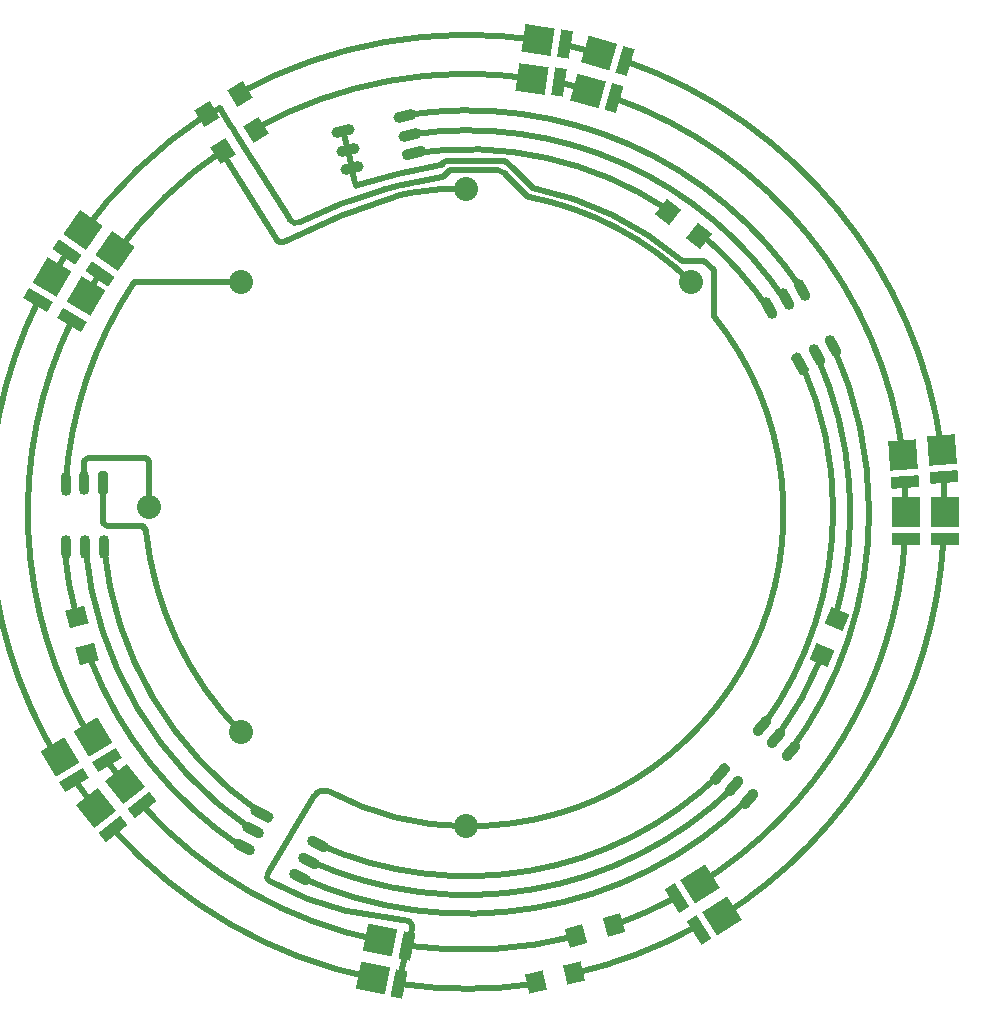
<source format=gtl>
G04*
G04 #@! TF.GenerationSoftware,Altium Limited,Altium Designer,21.0.9 (235)*
G04*
G04 Layer_Physical_Order=1*
G04 Layer_Color=255*
%FSTAX24Y24*%
%MOIN*%
G70*
G04*
G04 #@! TF.SameCoordinates,5F115E56-97AE-4741-9C3E-E3F8848F1E5A*
G04*
G04*
G04 #@! TF.FilePolarity,Positive*
G04*
G01*
G75*
%ADD10C,0.0197*%
G04:AMPARAMS|DCode=14|XSize=60mil|YSize=65mil|CornerRadius=0mil|HoleSize=0mil|Usage=FLASHONLY|Rotation=195.575|XOffset=0mil|YOffset=0mil|HoleType=Round|Shape=Rectangle|*
%AMROTATEDRECTD14*
4,1,4,0.0202,0.0394,0.0376,-0.0233,-0.0202,-0.0394,-0.0376,0.0233,0.0202,0.0394,0.0*
%
%ADD14ROTATEDRECTD14*%

G04:AMPARAMS|DCode=15|XSize=60mil|YSize=65mil|CornerRadius=0mil|HoleSize=0mil|Usage=FLASHONLY|Rotation=193.000|XOffset=0mil|YOffset=0mil|HoleType=Round|Shape=Rectangle|*
%AMROTATEDRECTD15*
4,1,4,0.0219,0.0384,0.0365,-0.0249,-0.0219,-0.0384,-0.0365,0.0249,0.0219,0.0384,0.0*
%
%ADD15ROTATEDRECTD15*%

G04:AMPARAMS|DCode=16|XSize=78.7mil|YSize=35.4mil|CornerRadius=0mil|HoleSize=0mil|Usage=FLASHONLY|Rotation=331.572|XOffset=0mil|YOffset=0mil|HoleType=Round|Shape=Octagon|*
%AMOCTAGOND16*
4,1,8,0.0304,-0.0265,0.0388,-0.0110,0.0353,0.0011,-0.0184,0.0301,-0.0304,0.0265,-0.0388,0.0110,-0.0353,-0.0011,0.0184,-0.0301,0.0304,-0.0265,0.0*
%
%ADD16OCTAGOND16*%

G04:AMPARAMS|DCode=17|XSize=78.7mil|YSize=35.4mil|CornerRadius=0mil|HoleSize=0mil|Usage=FLASHONLY|Rotation=331.572|XOffset=0mil|YOffset=0mil|HoleType=Round|Shape=Round|*
%AMOVALD17*
21,1,0.0433,0.0354,0.0000,0.0000,331.6*
1,1,0.0354,-0.0190,0.0103*
1,1,0.0354,0.0190,-0.0103*
%
%ADD17OVALD17*%

G04:AMPARAMS|DCode=18|XSize=98.4mil|YSize=92.5mil|CornerRadius=0mil|HoleSize=0mil|Usage=FLASHONLY|Rotation=168.500|XOffset=0mil|YOffset=0mil|HoleType=Round|Shape=Rectangle|*
%AMROTATEDRECTD18*
4,1,4,0.0574,0.0355,0.0390,-0.0551,-0.0574,-0.0355,-0.0390,0.0551,0.0574,0.0355,0.0*
%
%ADD18ROTATEDRECTD18*%

G04:AMPARAMS|DCode=19|XSize=92.5mil|YSize=39.4mil|CornerRadius=0mil|HoleSize=0mil|Usage=FLASHONLY|Rotation=78.500|XOffset=0mil|YOffset=0mil|HoleType=Round|Shape=Rectangle|*
%AMROTATEDRECTD19*
4,1,4,0.0101,-0.0493,-0.0285,-0.0414,-0.0101,0.0493,0.0285,0.0414,0.0101,-0.0493,0.0*
%
%ADD19ROTATEDRECTD19*%

G04:AMPARAMS|DCode=20|XSize=98.4mil|YSize=92.5mil|CornerRadius=0mil|HoleSize=0mil|Usage=FLASHONLY|Rotation=168.500|XOffset=0mil|YOffset=0mil|HoleType=Round|Shape=Rectangle|*
%AMROTATEDRECTD20*
4,1,4,0.0574,0.0355,0.0390,-0.0551,-0.0574,-0.0355,-0.0390,0.0551,0.0574,0.0355,0.0*
%
%ADD20ROTATEDRECTD20*%

G04:AMPARAMS|DCode=21|XSize=92.5mil|YSize=39.4mil|CornerRadius=0mil|HoleSize=0mil|Usage=FLASHONLY|Rotation=78.500|XOffset=0mil|YOffset=0mil|HoleType=Round|Shape=Rectangle|*
%AMROTATEDRECTD21*
4,1,4,0.0101,-0.0493,-0.0285,-0.0414,-0.0101,0.0493,0.0285,0.0414,0.0101,-0.0493,0.0*
%
%ADD21ROTATEDRECTD21*%

G04:AMPARAMS|DCode=22|XSize=98.4mil|YSize=92.5mil|CornerRadius=0mil|HoleSize=0mil|Usage=FLASHONLY|Rotation=55.099|XOffset=0mil|YOffset=0mil|HoleType=Round|Shape=Rectangle|*
%AMROTATEDRECTD22*
4,1,4,0.0098,-0.0668,-0.0661,-0.0139,-0.0098,0.0668,0.0661,0.0139,0.0098,-0.0668,0.0*
%
%ADD22ROTATEDRECTD22*%

G04:AMPARAMS|DCode=23|XSize=92.5mil|YSize=39.4mil|CornerRadius=0mil|HoleSize=0mil|Usage=FLASHONLY|Rotation=325.099|XOffset=0mil|YOffset=0mil|HoleType=Round|Shape=Rectangle|*
%AMROTATEDRECTD23*
4,1,4,-0.0492,0.0103,-0.0267,0.0426,0.0492,-0.0103,0.0267,-0.0426,-0.0492,0.0103,0.0*
%
%ADD23ROTATEDRECTD23*%

G04:AMPARAMS|DCode=24|XSize=98.4mil|YSize=92.5mil|CornerRadius=0mil|HoleSize=0mil|Usage=FLASHONLY|Rotation=55.139|XOffset=0mil|YOffset=0mil|HoleType=Round|Shape=Rectangle|*
%AMROTATEDRECTD24*
4,1,4,0.0098,-0.0668,-0.0661,-0.0139,-0.0098,0.0668,0.0661,0.0139,0.0098,-0.0668,0.0*
%
%ADD24ROTATEDRECTD24*%

G04:AMPARAMS|DCode=25|XSize=92.5mil|YSize=39.4mil|CornerRadius=0mil|HoleSize=0mil|Usage=FLASHONLY|Rotation=325.139|XOffset=0mil|YOffset=0mil|HoleType=Round|Shape=Rectangle|*
%AMROTATEDRECTD25*
4,1,4,-0.0492,0.0103,-0.0267,0.0426,0.0492,-0.0103,0.0267,-0.0426,-0.0492,0.0103,0.0*
%
%ADD25ROTATEDRECTD25*%

G04:AMPARAMS|DCode=26|XSize=98.4mil|YSize=92.5mil|CornerRadius=0mil|HoleSize=0mil|Usage=FLASHONLY|Rotation=171.031|XOffset=0mil|YOffset=0mil|HoleType=Round|Shape=Rectangle|*
%AMROTATEDRECTD26*
4,1,4,0.0558,0.0380,0.0414,-0.0534,-0.0558,-0.0380,-0.0414,0.0534,0.0558,0.0380,0.0*
%
%ADD26ROTATEDRECTD26*%

G04:AMPARAMS|DCode=27|XSize=92.5mil|YSize=39.4mil|CornerRadius=0mil|HoleSize=0mil|Usage=FLASHONLY|Rotation=81.031|XOffset=0mil|YOffset=0mil|HoleType=Round|Shape=Rectangle|*
%AMROTATEDRECTD27*
4,1,4,0.0122,-0.0488,-0.0267,-0.0426,-0.0122,0.0488,0.0267,0.0426,0.0122,-0.0488,0.0*
%
%ADD27ROTATEDRECTD27*%

G04:AMPARAMS|DCode=28|XSize=98.4mil|YSize=92.5mil|CornerRadius=0mil|HoleSize=0mil|Usage=FLASHONLY|Rotation=163.543|XOffset=0mil|YOffset=0mil|HoleType=Round|Shape=Rectangle|*
%AMROTATEDRECTD28*
4,1,4,0.0603,0.0304,0.0341,-0.0583,-0.0603,-0.0304,-0.0341,0.0583,0.0603,0.0304,0.0*
%
%ADD28ROTATEDRECTD28*%

G04:AMPARAMS|DCode=29|XSize=92.5mil|YSize=39.4mil|CornerRadius=0mil|HoleSize=0mil|Usage=FLASHONLY|Rotation=73.543|XOffset=0mil|YOffset=0mil|HoleType=Round|Shape=Rectangle|*
%AMROTATEDRECTD29*
4,1,4,0.0058,-0.0499,-0.0320,-0.0388,-0.0058,0.0499,0.0320,0.0388,0.0058,-0.0499,0.0*
%
%ADD29ROTATEDRECTD29*%

G04:AMPARAMS|DCode=30|XSize=98.4mil|YSize=92.5mil|CornerRadius=0mil|HoleSize=0mil|Usage=FLASHONLY|Rotation=164.469|XOffset=0mil|YOffset=0mil|HoleType=Round|Shape=Rectangle|*
%AMROTATEDRECTD30*
4,1,4,0.0598,0.0314,0.0350,-0.0577,-0.0598,-0.0314,-0.0350,0.0577,0.0598,0.0314,0.0*
%
%ADD30ROTATEDRECTD30*%

G04:AMPARAMS|DCode=31|XSize=92.5mil|YSize=39.4mil|CornerRadius=0mil|HoleSize=0mil|Usage=FLASHONLY|Rotation=74.469|XOffset=0mil|YOffset=0mil|HoleType=Round|Shape=Rectangle|*
%AMROTATEDRECTD31*
4,1,4,0.0066,-0.0498,-0.0314,-0.0393,-0.0066,0.0498,0.0314,0.0393,0.0066,-0.0498,0.0*
%
%ADD31ROTATEDRECTD31*%

G04:AMPARAMS|DCode=32|XSize=98.4mil|YSize=92.5mil|CornerRadius=0mil|HoleSize=0mil|Usage=FLASHONLY|Rotation=171.969|XOffset=0mil|YOffset=0mil|HoleType=Round|Shape=Rectangle|*
%AMROTATEDRECTD32*
4,1,4,0.0552,0.0389,0.0423,-0.0527,-0.0552,-0.0389,-0.0423,0.0527,0.0552,0.0389,0.0*
%
%ADD32ROTATEDRECTD32*%

G04:AMPARAMS|DCode=33|XSize=92.5mil|YSize=39.4mil|CornerRadius=0mil|HoleSize=0mil|Usage=FLASHONLY|Rotation=81.969|XOffset=0mil|YOffset=0mil|HoleType=Round|Shape=Rectangle|*
%AMROTATEDRECTD33*
4,1,4,0.0130,-0.0486,-0.0260,-0.0431,-0.0130,0.0486,0.0260,0.0431,0.0130,-0.0486,0.0*
%
%ADD33ROTATEDRECTD33*%

G04:AMPARAMS|DCode=34|XSize=98.4mil|YSize=92.5mil|CornerRadius=0mil|HoleSize=0mil|Usage=FLASHONLY|Rotation=128.500|XOffset=0mil|YOffset=0mil|HoleType=Round|Shape=Rectangle|*
%AMROTATEDRECTD34*
4,1,4,0.0668,-0.0097,-0.0056,-0.0673,-0.0668,0.0097,0.0056,0.0673,0.0668,-0.0097,0.0*
%
%ADD34ROTATEDRECTD34*%

G04:AMPARAMS|DCode=35|XSize=92.5mil|YSize=39.4mil|CornerRadius=0mil|HoleSize=0mil|Usage=FLASHONLY|Rotation=38.500|XOffset=0mil|YOffset=0mil|HoleType=Round|Shape=Rectangle|*
%AMROTATEDRECTD35*
4,1,4,-0.0239,-0.0442,-0.0485,-0.0134,0.0239,0.0442,0.0485,0.0134,-0.0239,-0.0442,0.0*
%
%ADD35ROTATEDRECTD35*%

G04:AMPARAMS|DCode=36|XSize=78.7mil|YSize=35.4mil|CornerRadius=0mil|HoleSize=0mil|Usage=FLASHONLY|Rotation=270.500|XOffset=0mil|YOffset=0mil|HoleType=Round|Shape=Round|*
%AMOVALD36*
21,1,0.0433,0.0354,0.0000,0.0000,270.5*
1,1,0.0354,-0.0002,0.0217*
1,1,0.0354,0.0002,-0.0217*
%
%ADD36OVALD36*%

G04:AMPARAMS|DCode=37|XSize=78.7mil|YSize=35.4mil|CornerRadius=0mil|HoleSize=0mil|Usage=FLASHONLY|Rotation=270.500|XOffset=0mil|YOffset=0mil|HoleType=Round|Shape=Octagon|*
%AMOCTAGOND37*
4,1,8,-0.0085,-0.0394,0.0092,-0.0393,0.0180,-0.0304,0.0175,0.0307,0.0085,0.0394,-0.0092,0.0393,-0.0180,0.0304,-0.0175,-0.0307,-0.0085,-0.0394,0.0*
%
%ADD37OCTAGOND37*%

G04:AMPARAMS|DCode=38|XSize=78.7mil|YSize=35.4mil|CornerRadius=0mil|HoleSize=0mil|Usage=FLASHONLY|Rotation=49.018|XOffset=0mil|YOffset=0mil|HoleType=Round|Shape=Round|*
%AMOVALD38*
21,1,0.0433,0.0354,0.0000,0.0000,49.0*
1,1,0.0354,-0.0142,-0.0163*
1,1,0.0354,0.0142,0.0163*
%
%ADD38OVALD38*%

G04:AMPARAMS|DCode=39|XSize=78.7mil|YSize=35.4mil|CornerRadius=0mil|HoleSize=0mil|Usage=FLASHONLY|Rotation=49.018|XOffset=0mil|YOffset=0mil|HoleType=Round|Shape=Octagon|*
%AMOCTAGOND39*
4,1,8,0.0325,0.0239,0.0191,0.0355,0.0066,0.0347,-0.0334,-0.0114,-0.0325,-0.0239,-0.0191,-0.0355,-0.0066,-0.0347,0.0334,0.0114,0.0325,0.0239,0.0*
%
%ADD39OCTAGOND39*%

G04:AMPARAMS|DCode=40|XSize=78.7mil|YSize=35.4mil|CornerRadius=0mil|HoleSize=0mil|Usage=FLASHONLY|Rotation=119.000|XOffset=0mil|YOffset=0mil|HoleType=Round|Shape=Round|*
%AMOVALD40*
21,1,0.0433,0.0354,0.0000,0.0000,119.0*
1,1,0.0354,0.0105,-0.0189*
1,1,0.0354,-0.0105,0.0189*
%
%ADD40OVALD40*%

G04:AMPARAMS|DCode=41|XSize=78.7mil|YSize=35.4mil|CornerRadius=0mil|HoleSize=0mil|Usage=FLASHONLY|Rotation=119.000|XOffset=0mil|YOffset=0mil|HoleType=Round|Shape=Octagon|*
%AMOCTAGOND41*
4,1,8,-0.0113,0.0387,-0.0268,0.0301,-0.0303,0.0181,-0.0007,-0.0353,0.0113,-0.0387,0.0268,-0.0301,0.0303,-0.0181,0.0007,0.0353,-0.0113,0.0387,0.0*
%
%ADD41OCTAGOND41*%

G04:AMPARAMS|DCode=42|XSize=78.7mil|YSize=35.4mil|CornerRadius=0mil|HoleSize=0mil|Usage=FLASHONLY|Rotation=193.444|XOffset=0mil|YOffset=0mil|HoleType=Round|Shape=Round|*
%AMOVALD42*
21,1,0.0433,0.0354,0.0000,0.0000,193.4*
1,1,0.0354,0.0211,0.0050*
1,1,0.0354,-0.0211,-0.0050*
%
%ADD42OVALD42*%

G04:AMPARAMS|DCode=43|XSize=78.7mil|YSize=35.4mil|CornerRadius=0mil|HoleSize=0mil|Usage=FLASHONLY|Rotation=193.444|XOffset=0mil|YOffset=0mil|HoleType=Round|Shape=Octagon|*
%AMOCTAGOND43*
4,1,8,-0.0404,-0.0005,-0.0362,-0.0178,-0.0256,-0.0243,0.0338,-0.0101,0.0404,0.0005,0.0362,0.0178,0.0256,0.0243,-0.0338,0.0101,-0.0404,-0.0005,0.0*
%
%ADD43OCTAGOND43*%

G04:AMPARAMS|DCode=44|XSize=60mil|YSize=65mil|CornerRadius=0mil|HoleSize=0mil|Usage=FLASHONLY|Rotation=285.000|XOffset=0mil|YOffset=0mil|HoleType=Round|Shape=Rectangle|*
%AMROTATEDRECTD44*
4,1,4,-0.0392,0.0206,0.0236,0.0374,0.0392,-0.0206,-0.0236,-0.0374,-0.0392,0.0206,0.0*
%
%ADD44ROTATEDRECTD44*%

G04:AMPARAMS|DCode=45|XSize=60mil|YSize=65mil|CornerRadius=0mil|HoleSize=0mil|Usage=FLASHONLY|Rotation=68.000|XOffset=0mil|YOffset=0mil|HoleType=Round|Shape=Rectangle|*
%AMROTATEDRECTD45*
4,1,4,0.0189,-0.0400,-0.0414,-0.0156,-0.0189,0.0400,0.0414,0.0156,0.0189,-0.0400,0.0*
%
%ADD45ROTATEDRECTD45*%

G04:AMPARAMS|DCode=46|XSize=60mil|YSize=65mil|CornerRadius=0mil|HoleSize=0mil|Usage=FLASHONLY|Rotation=141.810|XOffset=0mil|YOffset=0mil|HoleType=Round|Shape=Rectangle|*
%AMROTATEDRECTD46*
4,1,4,0.0437,0.0070,0.0035,-0.0441,-0.0437,-0.0070,-0.0035,0.0441,0.0437,0.0070,0.0*
%
%ADD46ROTATEDRECTD46*%

G04:AMPARAMS|DCode=47|XSize=98.4mil|YSize=92.5mil|CornerRadius=0mil|HoleSize=0mil|Usage=FLASHONLY|Rotation=59.385|XOffset=0mil|YOffset=0mil|HoleType=Round|Shape=Rectangle|*
%AMROTATEDRECTD47*
4,1,4,0.0147,-0.0659,-0.0649,-0.0188,-0.0147,0.0659,0.0649,0.0188,0.0147,-0.0659,0.0*
%
%ADD47ROTATEDRECTD47*%

G04:AMPARAMS|DCode=48|XSize=92.5mil|YSize=39.4mil|CornerRadius=0mil|HoleSize=0mil|Usage=FLASHONLY|Rotation=329.385|XOffset=0mil|YOffset=0mil|HoleType=Round|Shape=Rectangle|*
%AMROTATEDRECTD48*
4,1,4,-0.0498,0.0066,-0.0298,0.0405,0.0498,-0.0066,0.0298,-0.0405,-0.0498,0.0066,0.0*
%
%ADD48ROTATEDRECTD48*%

G04:AMPARAMS|DCode=49|XSize=98.4mil|YSize=92.5mil|CornerRadius=0mil|HoleSize=0mil|Usage=FLASHONLY|Rotation=121.000|XOffset=0mil|YOffset=0mil|HoleType=Round|Shape=Rectangle|*
%AMROTATEDRECTD49*
4,1,4,0.0650,-0.0184,-0.0143,-0.0660,-0.0650,0.0184,0.0143,0.0660,0.0650,-0.0184,0.0*
%
%ADD49ROTATEDRECTD49*%

G04:AMPARAMS|DCode=50|XSize=92.5mil|YSize=39.4mil|CornerRadius=0mil|HoleSize=0mil|Usage=FLASHONLY|Rotation=31.000|XOffset=0mil|YOffset=0mil|HoleType=Round|Shape=Rectangle|*
%AMROTATEDRECTD50*
4,1,4,-0.0295,-0.0407,-0.0498,-0.0070,0.0295,0.0407,0.0498,0.0070,-0.0295,-0.0407,0.0*
%
%ADD50ROTATEDRECTD50*%

G04:AMPARAMS|DCode=51|XSize=60mil|YSize=65mil|CornerRadius=0mil|HoleSize=0mil|Usage=FLASHONLY|Rotation=212.241|XOffset=0mil|YOffset=0mil|HoleType=Round|Shape=Rectangle|*
%AMROTATEDRECTD51*
4,1,4,0.0080,0.0435,0.0427,-0.0115,-0.0080,-0.0435,-0.0427,0.0115,0.0080,0.0435,0.0*
%
%ADD51ROTATEDRECTD51*%

G04:AMPARAMS|DCode=52|XSize=98.4mil|YSize=92.5mil|CornerRadius=0mil|HoleSize=0mil|Usage=FLASHONLY|Rotation=93.854|XOffset=0mil|YOffset=0mil|HoleType=Round|Shape=Rectangle|*
%AMROTATEDRECTD52*
4,1,4,0.0495,-0.0460,-0.0428,-0.0522,-0.0495,0.0460,0.0428,0.0522,0.0495,-0.0460,0.0*
%
%ADD52ROTATEDRECTD52*%

G04:AMPARAMS|DCode=53|XSize=92.5mil|YSize=39.4mil|CornerRadius=0mil|HoleSize=0mil|Usage=FLASHONLY|Rotation=3.854|XOffset=0mil|YOffset=0mil|HoleType=Round|Shape=Rectangle|*
%AMROTATEDRECTD53*
4,1,4,-0.0448,-0.0228,-0.0475,0.0165,0.0448,0.0228,0.0475,-0.0165,-0.0448,-0.0228,0.0*
%
%ADD53ROTATEDRECTD53*%

G04:AMPARAMS|DCode=54|XSize=98.4mil|YSize=92.5mil|CornerRadius=0mil|HoleSize=0mil|Usage=FLASHONLY|Rotation=90.956|XOffset=0mil|YOffset=0mil|HoleType=Round|Shape=Rectangle|*
%AMROTATEDRECTD54*
4,1,4,0.0471,-0.0484,-0.0454,-0.0500,-0.0471,0.0484,0.0454,0.0500,0.0471,-0.0484,0.0*
%
%ADD54ROTATEDRECTD54*%

G04:AMPARAMS|DCode=55|XSize=92.5mil|YSize=39.4mil|CornerRadius=0mil|HoleSize=0mil|Usage=FLASHONLY|Rotation=0.956|XOffset=0mil|YOffset=0mil|HoleType=Round|Shape=Rectangle|*
%AMROTATEDRECTD55*
4,1,4,-0.0459,-0.0205,-0.0466,0.0189,0.0459,0.0205,0.0466,-0.0189,-0.0459,-0.0205,0.0*
%
%ADD55ROTATEDRECTD55*%

G04:AMPARAMS|DCode=56|XSize=98.4mil|YSize=92.5mil|CornerRadius=0mil|HoleSize=0mil|Usage=FLASHONLY|Rotation=32.085|XOffset=0mil|YOffset=0mil|HoleType=Round|Shape=Rectangle|*
%AMROTATEDRECTD56*
4,1,4,-0.0171,-0.0653,-0.0663,0.0131,0.0171,0.0653,0.0663,-0.0131,-0.0171,-0.0653,0.0*
%
%ADD56ROTATEDRECTD56*%

G04:AMPARAMS|DCode=57|XSize=92.5mil|YSize=39.4mil|CornerRadius=0mil|HoleSize=0mil|Usage=FLASHONLY|Rotation=302.085|XOffset=0mil|YOffset=0mil|HoleType=Round|Shape=Rectangle|*
%AMROTATEDRECTD57*
4,1,4,-0.0413,0.0287,-0.0079,0.0497,0.0413,-0.0287,0.0079,-0.0497,-0.0413,0.0287,0.0*
%
%ADD57ROTATEDRECTD57*%

G04:AMPARAMS|DCode=58|XSize=98.4mil|YSize=92.5mil|CornerRadius=0mil|HoleSize=0mil|Usage=FLASHONLY|Rotation=59.482|XOffset=0mil|YOffset=0mil|HoleType=Round|Shape=Rectangle|*
%AMROTATEDRECTD58*
4,1,4,0.0149,-0.0659,-0.0648,-0.0189,-0.0149,0.0659,0.0648,0.0189,0.0149,-0.0659,0.0*
%
%ADD58ROTATEDRECTD58*%

G04:AMPARAMS|DCode=59|XSize=92.5mil|YSize=39.4mil|CornerRadius=0mil|HoleSize=0mil|Usage=FLASHONLY|Rotation=329.482|XOffset=0mil|YOffset=0mil|HoleType=Round|Shape=Rectangle|*
%AMROTATEDRECTD59*
4,1,4,-0.0498,0.0065,-0.0299,0.0404,0.0498,-0.0065,0.0299,-0.0404,-0.0498,0.0065,0.0*
%
%ADD59ROTATEDRECTD59*%

G04:AMPARAMS|DCode=60|XSize=60mil|YSize=65mil|CornerRadius=0mil|HoleSize=0mil|Usage=FLASHONLY|Rotation=211.557|XOffset=0mil|YOffset=0mil|HoleType=Round|Shape=Rectangle|*
%AMROTATEDRECTD60*
4,1,4,0.0086,0.0434,0.0426,-0.0120,-0.0086,-0.0434,-0.0426,0.0120,0.0086,0.0434,0.0*
%
%ADD60ROTATEDRECTD60*%

G04:AMPARAMS|DCode=61|XSize=98.4mil|YSize=92.5mil|CornerRadius=0mil|HoleSize=0mil|Usage=FLASHONLY|Rotation=94.184|XOffset=0mil|YOffset=0mil|HoleType=Round|Shape=Rectangle|*
%AMROTATEDRECTD61*
4,1,4,0.0497,-0.0457,-0.0425,-0.0525,-0.0497,0.0457,0.0425,0.0525,0.0497,-0.0457,0.0*
%
%ADD61ROTATEDRECTD61*%

G04:AMPARAMS|DCode=62|XSize=92.5mil|YSize=39.4mil|CornerRadius=0mil|HoleSize=0mil|Usage=FLASHONLY|Rotation=4.184|XOffset=0mil|YOffset=0mil|HoleType=Round|Shape=Rectangle|*
%AMROTATEDRECTD62*
4,1,4,-0.0447,-0.0230,-0.0476,0.0163,0.0447,0.0230,0.0476,-0.0163,-0.0447,-0.0230,0.0*
%
%ADD62ROTATEDRECTD62*%

G04:AMPARAMS|DCode=63|XSize=98.4mil|YSize=92.5mil|CornerRadius=0mil|HoleSize=0mil|Usage=FLASHONLY|Rotation=90.822|XOffset=0mil|YOffset=0mil|HoleType=Round|Shape=Rectangle|*
%AMROTATEDRECTD63*
4,1,4,0.0470,-0.0485,-0.0455,-0.0499,-0.0470,0.0485,0.0455,0.0499,0.0470,-0.0485,0.0*
%
%ADD63ROTATEDRECTD63*%

G04:AMPARAMS|DCode=64|XSize=92.5mil|YSize=39.4mil|CornerRadius=0mil|HoleSize=0mil|Usage=FLASHONLY|Rotation=0.822|XOffset=0mil|YOffset=0mil|HoleType=Round|Shape=Rectangle|*
%AMROTATEDRECTD64*
4,1,4,-0.0460,-0.0203,-0.0465,0.0190,0.0460,0.0203,0.0465,-0.0190,-0.0460,-0.0203,0.0*
%
%ADD64ROTATEDRECTD64*%

G04:AMPARAMS|DCode=65|XSize=98.4mil|YSize=92.5mil|CornerRadius=0mil|HoleSize=0mil|Usage=FLASHONLY|Rotation=32.436|XOffset=0mil|YOffset=0mil|HoleType=Round|Shape=Rectangle|*
%AMROTATEDRECTD65*
4,1,4,-0.0167,-0.0654,-0.0663,0.0126,0.0167,0.0654,0.0663,-0.0126,-0.0167,-0.0654,0.0*
%
%ADD65ROTATEDRECTD65*%

G04:AMPARAMS|DCode=66|XSize=92.5mil|YSize=39.4mil|CornerRadius=0mil|HoleSize=0mil|Usage=FLASHONLY|Rotation=302.436|XOffset=0mil|YOffset=0mil|HoleType=Round|Shape=Rectangle|*
%AMROTATEDRECTD66*
4,1,4,-0.0414,0.0285,-0.0082,0.0496,0.0414,-0.0285,0.0082,-0.0496,-0.0414,0.0285,0.0*
%
%ADD66ROTATEDRECTD66*%

%ADD121C,0.0197*%
%ADD122C,0.0039*%
%ADD123C,0.0118*%
%ADD124C,0.0800*%
D10*
X036092Y040738D02*
G03*
X033304Y039658I004J-014461D01*
G01*
X032972Y03975D02*
G03*
X033304Y039657I000216J000135D01*
G01*
X036135Y040751D02*
G03*
X036092Y040738I000937J-003027D01*
G01*
X036934Y040943D02*
G03*
X03662Y040883I001863J-010732D01*
G01*
D02*
G03*
X036611Y040881I000062J-000309D01*
G01*
X038084Y041172D02*
G03*
X037381Y041033I000955J-006663D01*
G01*
X036611Y040881D02*
G03*
X036135Y040751I001369J-005951D01*
G01*
X036944Y040948D02*
G03*
X036934Y040946I000066J-000308D01*
G01*
X036963Y040953D02*
G03*
X036945Y040949I002898J-013996D01*
G01*
X037381Y041033D02*
G03*
X036963Y040953I002481J-014076D01*
G01*
X036691Y040576D02*
G03*
X036682Y040575I002106J-010366D01*
G01*
X036949Y040625D02*
G03*
X036691Y040576I001849J-010415D01*
G01*
X036682Y040575D02*
G03*
X032769Y038995I006716J-02228D01*
G01*
X03804Y041574D02*
G03*
X035184Y040883I004168J-023496D01*
G01*
X03701Y04064D02*
G03*
X036973Y040631I002664J-010566D01*
G01*
X037018Y040641D02*
G03*
X03701Y04064I000962J-005711D01*
G01*
X036949Y040625D02*
G03*
X036973Y040631I-000054J00031D01*
G01*
X038836Y040788D02*
G03*
X037018Y040641I-00004J-010847D01*
G01*
X030738Y042047D02*
G03*
X027203Y038656I008162J-012047D01*
G01*
X028177Y029411D02*
G03*
X03135Y02265I011353J001203D01*
G01*
X034321Y020671D02*
G03*
X03885Y01952I004575J008513D01*
G01*
X034321Y020672D02*
G03*
X033792Y020526I-000188J-000349D01*
G01*
X032311Y017694D02*
G03*
X034886Y016691I004963J008941D01*
G01*
X032244Y017945D02*
G03*
X032311Y017694I000155J-000093D01*
G01*
X026337Y025075D02*
G03*
X031342Y01885I012399J004846D01*
G01*
X036883Y015545D02*
G03*
X042554Y01587I002017J014455D01*
G01*
X036624Y014272D02*
G03*
X041192Y014274I002276J015728D01*
G01*
X043967Y016295D02*
G03*
X045771Y017109I-005113J013738D01*
G01*
X046067Y038366D02*
G03*
X041079Y040799I-007167J-008366D01*
G01*
X038884Y019532D02*
G03*
X047105Y036536I000117J010433D01*
G01*
X040983Y040497D02*
G03*
X040924Y040508I-002083J-010497D01*
G01*
X040143Y04129D02*
G03*
X039911Y041399I-000267J-000266D01*
G01*
X046366Y037666D02*
G03*
X040983Y040497I-007466J-007666D01*
G01*
X030222Y043263D02*
G03*
X025994Y039206I008678J-013273D01*
G01*
X027782Y03765D02*
G03*
X025505Y030946I011621J-007685D01*
G01*
X050058Y0374D02*
G03*
X036822Y043226I-011158J-0074D01*
G01*
X025468Y028741D02*
G03*
X025869Y026508I012625J001114D01*
G01*
X042451Y014617D02*
G03*
X046554Y016192I-003551J015383D01*
G01*
X027078Y019439D02*
G03*
X035739Y014466I011822J010561D01*
G01*
X0258Y021072D02*
G03*
X026494Y020131I0131J008928D01*
G01*
X025561Y038663D02*
G03*
X025057Y037832I013359J-008673D01*
G01*
X024597Y037052D02*
G03*
X025302Y021667I014313J-007052D01*
G01*
X041251Y045731D02*
G03*
X031311Y043978I-002351J-015731D01*
G01*
X043284Y045289D02*
G03*
X042142Y045572I-004384J-015289D01*
G01*
X054708Y032081D02*
G03*
X044154Y045037I-015808J-002101D01*
G01*
X054806Y02999D02*
G03*
X054761Y031177I-015915J0D01*
G01*
X047334Y016502D02*
G03*
X054769Y029097I-008464J013488D01*
G01*
X046532Y017546D02*
G03*
X053486Y029097I-007632J012464D01*
G01*
X053516Y03D02*
G03*
X053481Y031008I-014616J0D01*
G01*
X028063Y020223D02*
G03*
X035993Y015713I010797J009757D01*
G01*
X02688Y021721D02*
G03*
X027478Y020915I011981J008259D01*
G01*
X025726Y036413D02*
G03*
X026408Y022345I013164J-006413D01*
G01*
X026641Y037946D02*
G03*
X026185Y037194I012259J-007946D01*
G01*
X041059Y044446D02*
G03*
X031819Y042775I-002159J-014446D01*
G01*
X043058Y044039D02*
G03*
X041956Y044319I-004158J-014039D01*
G01*
X05342Y031912D02*
G03*
X043797Y043794I-01452J-001921D01*
G01*
X049592Y021943D02*
G03*
X052288Y03I-010692J008057D01*
G01*
D02*
G03*
X051088Y035541I-013388J0D01*
G01*
X033242Y017865D02*
G03*
X048276Y020442I005658J012135D01*
G01*
X026159Y028826D02*
G03*
X031745Y019392I012741J001174D01*
G01*
X033606Y018384D02*
G03*
X047803Y020852I005294J011616D01*
G01*
X049194Y02246D02*
G03*
X050731Y02522I-010294J00754D01*
G01*
X051167Y026483D02*
G03*
X050537Y035235I-012267J003517D01*
G01*
X051091Y03008D02*
G03*
X050074Y034873I-011795J000001D01*
G01*
X048745Y022854D02*
G03*
X051091Y03008I-009956J007227D01*
G01*
X033914Y018934D02*
G03*
X047331Y021269I004986J011066D01*
G01*
X026784Y028831D02*
G03*
X032005Y019968I012116J001169D01*
G01*
X049539Y036979D02*
G03*
X036974Y042577I-010639J-006979D01*
G01*
X045575Y040084D02*
G03*
X037121Y041961I-006675J-010084D01*
G01*
X04903Y03662D02*
G03*
X046596Y039336I-010121J-00662D01*
G01*
X033304Y039657D02*
X033304Y039658D01*
X031814Y041587D02*
X032972Y03975D01*
X038084Y041172D02*
X038311Y041399D01*
X036944Y040948D02*
X036945Y040949D01*
X031813Y041589D02*
X031814Y041587D01*
X031104Y042713D02*
X031683Y041795D01*
X031683Y041795D02*
X031813Y041589D01*
X030479Y043355D02*
X030645Y043457D01*
X036135Y040751D02*
X036135Y040751D01*
X030779Y043245D02*
X03099Y04291D01*
X031104Y04273D01*
Y042713D02*
Y04273D01*
X030313Y043253D02*
X030479Y043355D01*
X030645Y043457D02*
X030779Y043245D01*
X031683Y041795D02*
X031683Y041795D01*
X030779Y043245D02*
Y043245D01*
X036682Y040575D02*
X036682Y040575D01*
X032722Y038995D02*
X032769Y038995D01*
X030812Y041849D02*
X030819Y04183D01*
X032702Y038996D02*
X032709Y038995D01*
X030738Y042047D02*
X030812Y041849D01*
X03256Y039069D02*
X032623Y039007D01*
X032709Y038995D02*
X032722Y038995D01*
X032623Y039007D02*
X032702Y038996D01*
X030819Y04183D02*
X03256Y039069D01*
X030812Y041849D02*
Y041849D01*
X03804Y041574D02*
X038084Y041618D01*
X035135Y041087D02*
X035163Y040969D01*
X03517Y040942D02*
X035184Y040883D01*
X038084Y041618D02*
X03818Y041714D01*
X035053Y041432D02*
X035135Y041087D01*
X035163Y040969D02*
X03517Y040942D01*
X035045Y041465D02*
X035053Y041467D01*
X035048Y041453D02*
X03505Y041443D01*
Y041443D02*
Y041443D01*
Y041443D02*
X03505Y041443D01*
X035053Y041432D01*
X035045Y041465D02*
X035048Y041453D01*
X038836Y040788D02*
X03885Y04078D01*
X030738Y042047D02*
X030738Y042047D01*
X028128Y02946D02*
X028177Y029411D01*
X028071Y029518D02*
X028128Y02946D01*
X026765Y029633D02*
X026881Y029518D01*
X028071D01*
X026765Y029633D02*
Y030957D01*
X030246Y04326D02*
X030313Y043253D01*
X034321Y020672D02*
X034321Y020671D01*
X032259Y01797D02*
X033792Y020526D01*
X032258Y017969D02*
X032259Y01797D01*
X032259Y01797D01*
X032252Y017958D02*
X032252Y017958D01*
X032258Y017969D02*
X032258Y017969D01*
X032244Y017945D02*
X032252Y017958D01*
X032252Y017958D02*
X032253Y01796D01*
X032258Y017969D02*
X032258Y017969D01*
X032253Y01796D02*
X032258Y017969D01*
X034886Y016691D02*
X034893Y01669D01*
X034893Y01669D01*
X034893Y01669D01*
X036951Y016355D01*
X026231Y025259D02*
X026336Y025079D01*
X026337Y025075D01*
X031389Y018845D02*
X031445Y018838D01*
X031342Y01885D02*
X031389Y018845D01*
X036811Y015188D02*
X036883Y015545D01*
X037013Y01589D01*
X036951Y016355D02*
X037066Y016239D01*
Y016151D02*
Y016239D01*
X037013Y01589D02*
X037066Y016151D01*
X036624Y014272D02*
X036697Y014629D01*
X036811Y015188D01*
X043776Y016231D02*
X043967Y016295D01*
X045771Y017109D02*
X045983Y016771D01*
X045873Y017132D02*
X045983Y016771D01*
X046794Y038366D02*
X047105Y038055D01*
X046067Y038366D02*
X046794D01*
X047105Y036536D02*
Y038055D01*
X041037Y040841D02*
X041038Y04084D01*
X041079Y040799D01*
X03885Y01952D02*
X038852Y019521D01*
X038884Y019532D01*
X040042Y041714D02*
X040042Y041714D01*
X040127D01*
X040169Y041709D01*
X040458Y04142D02*
Y04142D01*
Y04142D02*
X041021Y040857D01*
X041037Y040841D01*
X03818Y041714D02*
X040042D01*
X040169Y041709D02*
X040458Y04142D01*
X035053Y041467D02*
X035053Y041467D01*
X034907Y04208D02*
X035053Y041467D01*
X03476Y042692D02*
X034907Y04208D01*
X03476Y042692D02*
X03476Y042692D01*
X040866Y040566D02*
X040866D01*
X040201Y041231D02*
X040533Y040899D01*
X038311Y041399D02*
X039911Y041399D01*
X040866Y040566D02*
X040924Y040508D01*
X040143Y04129D02*
X040201Y041231D01*
X040533Y040899D02*
X040866Y040566D01*
X030222Y043263D02*
X030246Y04326D01*
X027782Y03765D02*
X03135D01*
X028182Y031811D02*
X0283Y031693D01*
Y03015D02*
Y031693D01*
X026133Y030954D02*
Y031696D01*
X026249Y031811D01*
X028182D01*
X026133Y030954D02*
X026135Y030952D01*
X054775Y031178D02*
X054831Y031135D01*
X042133Y04549D02*
X042145Y04559D01*
X026187Y037192D02*
X026189Y037381D01*
D14*
X043776Y016231D02*
D03*
X042523Y015882D02*
D03*
D15*
X042451Y014617D02*
D03*
X041185Y014325D02*
D03*
D16*
X032045Y019946D02*
D03*
D17*
X031745Y019392D02*
D03*
X031445Y018838D02*
D03*
X033914Y018934D02*
D03*
X033615Y01838D02*
D03*
X033315Y017826D02*
D03*
D18*
X035737Y014452D02*
D03*
D19*
X036624Y014272D02*
D03*
D20*
X035996Y015726D02*
D03*
D21*
X036883Y015545D02*
D03*
D22*
X027159Y038688D02*
D03*
D23*
X026641Y037946D02*
D03*
D24*
X026078Y039406D02*
D03*
D25*
X025561Y038663D02*
D03*
D26*
X041251Y045731D02*
D03*
D27*
X042145Y04559D02*
D03*
D28*
X043284Y045289D02*
D03*
D29*
X044153Y045033D02*
D03*
D30*
X042926Y04404D02*
D03*
D31*
X043798Y043798D02*
D03*
D32*
X041059Y044446D02*
D03*
D33*
X041956Y044319D02*
D03*
D34*
X026514Y020148D02*
D03*
X0275Y020932D02*
D03*
D35*
X027078Y019439D02*
D03*
X028063Y020223D02*
D03*
D36*
X025524Y02882D02*
D03*
X026154Y028826D02*
D03*
X026784Y028831D02*
D03*
X025505Y030946D02*
D03*
X026135Y030952D02*
D03*
D37*
X026765Y030957D02*
D03*
D38*
X04967Y022047D02*
D03*
X049194Y02246D02*
D03*
X048719Y022873D02*
D03*
X048276Y020442D02*
D03*
X0478Y020855D02*
D03*
D39*
X047325Y021268D02*
D03*
D40*
X050058Y0374D02*
D03*
X049507Y037095D02*
D03*
X048956Y036789D02*
D03*
X051088Y035541D02*
D03*
X050537Y035235D02*
D03*
D41*
X049987Y03493D02*
D03*
D42*
X03476Y042692D02*
D03*
X034907Y04208D02*
D03*
X035053Y041467D02*
D03*
X036828Y043187D02*
D03*
X036974Y042574D02*
D03*
D43*
X037121Y041961D02*
D03*
D44*
X026231Y025259D02*
D03*
X025894Y026515D02*
D03*
D45*
X051214Y026427D02*
D03*
X050727Y025222D02*
D03*
D46*
X045597Y040002D02*
D03*
X046619Y039199D02*
D03*
D47*
X026187Y037192D02*
D03*
D48*
X025726Y036413D02*
D03*
D49*
X026414Y022497D02*
D03*
X025334Y021849D02*
D03*
D50*
X02688Y021721D02*
D03*
X0258Y021072D02*
D03*
D51*
X030738Y042047D02*
D03*
X031838Y042741D02*
D03*
D52*
X05342Y031912D02*
D03*
D53*
X053481Y031008D02*
D03*
D54*
X053506Y03D02*
D03*
D55*
X053521Y029095D02*
D03*
D56*
X04664Y017613D02*
D03*
D57*
X045873Y017132D02*
D03*
D58*
X025057Y037832D02*
D03*
D59*
X024597Y037052D02*
D03*
D60*
X030222Y043263D02*
D03*
X031329Y043943D02*
D03*
D61*
X054708Y032081D02*
D03*
D62*
X054775Y031178D02*
D03*
D63*
X054806Y03D02*
D03*
D64*
X054819Y029095D02*
D03*
D65*
X047394Y01654D02*
D03*
D66*
X04663Y016054D02*
D03*
D121*
X032722Y038995D02*
D03*
X037018Y040641D02*
D03*
X028128Y02946D02*
D03*
D122*
X025477Y028752D02*
X025524Y02882D01*
X025468Y028741D02*
X025477Y028752D01*
D123*
X049987Y03493D02*
X050044Y034892D01*
X050074Y034873D01*
D124*
X03135Y02265D02*
D03*
X0283Y03015D02*
D03*
X03885Y01952D02*
D03*
X046366Y037666D02*
D03*
X03885Y04078D02*
D03*
X03135Y03765D02*
D03*
M02*

</source>
